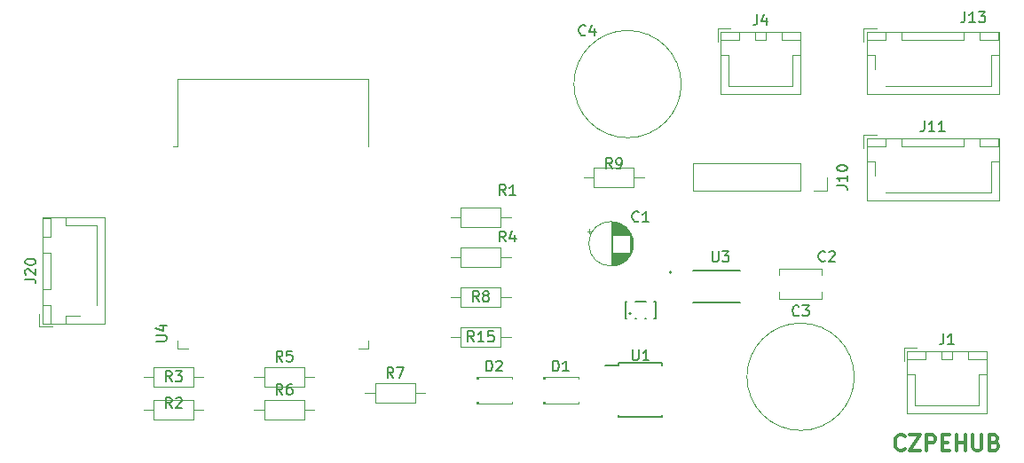
<source format=gbr>
G04 #@! TF.GenerationSoftware,KiCad,Pcbnew,(5.1.10)-1*
G04 #@! TF.CreationDate,2021-07-17T12:22:57+02:00*
G04 #@! TF.ProjectId,BCPEHUB1,42435045-4855-4423-912e-6b696361645f,rev?*
G04 #@! TF.SameCoordinates,Original*
G04 #@! TF.FileFunction,Legend,Top*
G04 #@! TF.FilePolarity,Positive*
%FSLAX46Y46*%
G04 Gerber Fmt 4.6, Leading zero omitted, Abs format (unit mm)*
G04 Created by KiCad (PCBNEW (5.1.10)-1) date 2021-07-17 12:22:57*
%MOMM*%
%LPD*%
G01*
G04 APERTURE LIST*
%ADD10C,0.300000*%
%ADD11C,0.120000*%
%ADD12C,0.150000*%
%ADD13C,0.127000*%
%ADD14C,0.200000*%
%ADD15C,0.152400*%
G04 APERTURE END LIST*
D10*
X181420000Y-121185714D02*
X181348571Y-121257142D01*
X181134285Y-121328571D01*
X180991428Y-121328571D01*
X180777142Y-121257142D01*
X180634285Y-121114285D01*
X180562857Y-120971428D01*
X180491428Y-120685714D01*
X180491428Y-120471428D01*
X180562857Y-120185714D01*
X180634285Y-120042857D01*
X180777142Y-119900000D01*
X180991428Y-119828571D01*
X181134285Y-119828571D01*
X181348571Y-119900000D01*
X181420000Y-119971428D01*
X181920000Y-119828571D02*
X182920000Y-119828571D01*
X181920000Y-121328571D01*
X182920000Y-121328571D01*
X183491428Y-121328571D02*
X183491428Y-119828571D01*
X184062857Y-119828571D01*
X184205714Y-119900000D01*
X184277142Y-119971428D01*
X184348571Y-120114285D01*
X184348571Y-120328571D01*
X184277142Y-120471428D01*
X184205714Y-120542857D01*
X184062857Y-120614285D01*
X183491428Y-120614285D01*
X184991428Y-120542857D02*
X185491428Y-120542857D01*
X185705714Y-121328571D02*
X184991428Y-121328571D01*
X184991428Y-119828571D01*
X185705714Y-119828571D01*
X186348571Y-121328571D02*
X186348571Y-119828571D01*
X186348571Y-120542857D02*
X187205714Y-120542857D01*
X187205714Y-121328571D02*
X187205714Y-119828571D01*
X187920000Y-119828571D02*
X187920000Y-121042857D01*
X187991428Y-121185714D01*
X188062857Y-121257142D01*
X188205714Y-121328571D01*
X188491428Y-121328571D01*
X188634285Y-121257142D01*
X188705714Y-121185714D01*
X188777142Y-121042857D01*
X188777142Y-119828571D01*
X189991428Y-120542857D02*
X190205714Y-120614285D01*
X190277142Y-120685714D01*
X190348571Y-120828571D01*
X190348571Y-121042857D01*
X190277142Y-121185714D01*
X190205714Y-121257142D01*
X190062857Y-121328571D01*
X189491428Y-121328571D01*
X189491428Y-119828571D01*
X189991428Y-119828571D01*
X190134285Y-119900000D01*
X190205714Y-119971428D01*
X190277142Y-120114285D01*
X190277142Y-120257142D01*
X190205714Y-120400000D01*
X190134285Y-120471428D01*
X189991428Y-120542857D01*
X189491428Y-120542857D01*
D11*
G04 #@! TO.C,J11*
X177490000Y-91230000D02*
X177490000Y-92480000D01*
X178740000Y-91230000D02*
X177490000Y-91230000D01*
X189640000Y-96730000D02*
X184090000Y-96730000D01*
X189640000Y-93780000D02*
X189640000Y-96730000D01*
X190390000Y-93780000D02*
X189640000Y-93780000D01*
X184090000Y-96730000D02*
X179600000Y-96730000D01*
X178540000Y-93780000D02*
X178540000Y-95120000D01*
X177790000Y-93780000D02*
X178540000Y-93780000D01*
X190390000Y-91530000D02*
X188590000Y-91530000D01*
X190390000Y-92280000D02*
X190390000Y-91530000D01*
X188590000Y-92280000D02*
X190390000Y-92280000D01*
X188590000Y-91530000D02*
X188590000Y-92280000D01*
X179590000Y-91530000D02*
X177790000Y-91530000D01*
X179590000Y-92280000D02*
X179590000Y-91530000D01*
X177790000Y-92280000D02*
X179590000Y-92280000D01*
X177790000Y-91530000D02*
X177790000Y-92280000D01*
X187090000Y-91530000D02*
X181090000Y-91530000D01*
X187090000Y-92280000D02*
X187090000Y-91530000D01*
X181090000Y-92280000D02*
X187090000Y-92280000D01*
X181090000Y-91530000D02*
X181090000Y-92280000D01*
X190400000Y-91520000D02*
X177780000Y-91520000D01*
X190400000Y-97490000D02*
X190400000Y-91520000D01*
X177780000Y-97490000D02*
X190400000Y-97490000D01*
X177780000Y-91520000D02*
X177780000Y-97490000D01*
G04 #@! TO.C,J13*
X177490000Y-81070000D02*
X177490000Y-82320000D01*
X178740000Y-81070000D02*
X177490000Y-81070000D01*
X189640000Y-86570000D02*
X184090000Y-86570000D01*
X189640000Y-83620000D02*
X189640000Y-86570000D01*
X190390000Y-83620000D02*
X189640000Y-83620000D01*
X184090000Y-86570000D02*
X179600000Y-86570000D01*
X178540000Y-83620000D02*
X178540000Y-84960000D01*
X177790000Y-83620000D02*
X178540000Y-83620000D01*
X190390000Y-81370000D02*
X188590000Y-81370000D01*
X190390000Y-82120000D02*
X190390000Y-81370000D01*
X188590000Y-82120000D02*
X190390000Y-82120000D01*
X188590000Y-81370000D02*
X188590000Y-82120000D01*
X179590000Y-81370000D02*
X177790000Y-81370000D01*
X179590000Y-82120000D02*
X179590000Y-81370000D01*
X177790000Y-82120000D02*
X179590000Y-82120000D01*
X177790000Y-81370000D02*
X177790000Y-82120000D01*
X187090000Y-81370000D02*
X181090000Y-81370000D01*
X187090000Y-82120000D02*
X187090000Y-81370000D01*
X181090000Y-82120000D02*
X187090000Y-82120000D01*
X181090000Y-81370000D02*
X181090000Y-82120000D01*
X190400000Y-81360000D02*
X177780000Y-81360000D01*
X190400000Y-87330000D02*
X190400000Y-81360000D01*
X177780000Y-87330000D02*
X190400000Y-87330000D01*
X177780000Y-81360000D02*
X177780000Y-87330000D01*
G04 #@! TO.C,J20*
X99140000Y-109240000D02*
X105110000Y-109240000D01*
X105110000Y-109240000D02*
X105110000Y-99120000D01*
X105110000Y-99120000D02*
X99140000Y-99120000D01*
X99140000Y-99120000D02*
X99140000Y-109240000D01*
X99150000Y-105930000D02*
X99900000Y-105930000D01*
X99900000Y-105930000D02*
X99900000Y-102430000D01*
X99900000Y-102430000D02*
X99150000Y-102430000D01*
X99150000Y-102430000D02*
X99150000Y-105930000D01*
X99150000Y-109230000D02*
X99900000Y-109230000D01*
X99900000Y-109230000D02*
X99900000Y-107430000D01*
X99900000Y-107430000D02*
X99150000Y-107430000D01*
X99150000Y-107430000D02*
X99150000Y-109230000D01*
X99150000Y-100930000D02*
X99900000Y-100930000D01*
X99900000Y-100930000D02*
X99900000Y-99130000D01*
X99900000Y-99130000D02*
X99150000Y-99130000D01*
X99150000Y-99130000D02*
X99150000Y-100930000D01*
X101400000Y-109230000D02*
X101400000Y-108480000D01*
X101400000Y-108480000D02*
X102740000Y-108480000D01*
X104350000Y-104180000D02*
X104350000Y-107420000D01*
X101400000Y-99130000D02*
X101400000Y-99880000D01*
X101400000Y-99880000D02*
X104350000Y-99880000D01*
X104350000Y-99880000D02*
X104350000Y-104180000D01*
X98850000Y-108280000D02*
X98850000Y-109530000D01*
X98850000Y-109530000D02*
X100100000Y-109530000D01*
D12*
G04 #@! TO.C,U1*
X154135000Y-113195000D02*
X152835000Y-113195000D01*
X154135000Y-118145000D02*
X158285000Y-118145000D01*
X154135000Y-112995000D02*
X158285000Y-112995000D01*
X154135000Y-118145000D02*
X154135000Y-117945000D01*
X158285000Y-118145000D02*
X158285000Y-117945000D01*
X158285000Y-112995000D02*
X158285000Y-113195000D01*
X154135000Y-112995000D02*
X154135000Y-113195000D01*
D11*
G04 #@! TO.C,U4*
X112025199Y-92265000D02*
X111645199Y-92265000D01*
X112025199Y-85845000D02*
X112025199Y-92265000D01*
X130265199Y-85845000D02*
X130265199Y-92265000D01*
X112025199Y-85845000D02*
X130265199Y-85845000D01*
X130265199Y-111590000D02*
X129265199Y-111590000D01*
X130265199Y-110810000D02*
X130265199Y-111590000D01*
X112025199Y-111590000D02*
X113025199Y-111590000D01*
X112025199Y-110810000D02*
X112025199Y-111590000D01*
D13*
G04 #@! TO.C,U3*
X161240000Y-107220000D02*
X165740000Y-107220000D01*
X161240000Y-104190000D02*
X165740000Y-104190000D01*
D14*
X159150000Y-104330000D02*
G75*
G03*
X159150000Y-104330000I-100000J0D01*
G01*
D13*
G04 #@! TO.C,U2*
X155310000Y-108250000D02*
G75*
G03*
X155310000Y-108250000I-100000J0D01*
G01*
D15*
X154788000Y-107140000D02*
X154882000Y-107140000D01*
X157538000Y-107140000D02*
X157632000Y-107140000D01*
X157632000Y-108760000D02*
X157538000Y-108760000D01*
X154882000Y-108760000D02*
X154788000Y-108760000D01*
X156732000Y-108760000D02*
X156638000Y-108760000D01*
X155782000Y-108760000D02*
X155688000Y-108760000D01*
X155688000Y-107140000D02*
X156732000Y-107140000D01*
X154788000Y-108760000D02*
X154788000Y-107140000D01*
X157632000Y-107140000D02*
X157632000Y-108760000D01*
D11*
G04 #@! TO.C,R15*
X143840000Y-110490000D02*
X142890000Y-110490000D01*
X138100000Y-110490000D02*
X139050000Y-110490000D01*
X142890000Y-109570000D02*
X139050000Y-109570000D01*
X142890000Y-111410000D02*
X142890000Y-109570000D01*
X139050000Y-111410000D02*
X142890000Y-111410000D01*
X139050000Y-109570000D02*
X139050000Y-111410000D01*
G04 #@! TO.C,R9*
X156540000Y-95250000D02*
X155590000Y-95250000D01*
X150800000Y-95250000D02*
X151750000Y-95250000D01*
X155590000Y-94330000D02*
X151750000Y-94330000D01*
X155590000Y-96170000D02*
X155590000Y-94330000D01*
X151750000Y-96170000D02*
X155590000Y-96170000D01*
X151750000Y-94330000D02*
X151750000Y-96170000D01*
G04 #@! TO.C,R8*
X143840000Y-106680000D02*
X142890000Y-106680000D01*
X138100000Y-106680000D02*
X139050000Y-106680000D01*
X142890000Y-105760000D02*
X139050000Y-105760000D01*
X142890000Y-107600000D02*
X142890000Y-105760000D01*
X139050000Y-107600000D02*
X142890000Y-107600000D01*
X139050000Y-105760000D02*
X139050000Y-107600000D01*
G04 #@! TO.C,R7*
X135665199Y-115860000D02*
X134715199Y-115860000D01*
X129925199Y-115860000D02*
X130875199Y-115860000D01*
X134715199Y-114940000D02*
X130875199Y-114940000D01*
X134715199Y-116780000D02*
X134715199Y-114940000D01*
X130875199Y-116780000D02*
X134715199Y-116780000D01*
X130875199Y-114940000D02*
X130875199Y-116780000D01*
G04 #@! TO.C,R6*
X125095199Y-117460000D02*
X124145199Y-117460000D01*
X119355199Y-117460000D02*
X120305199Y-117460000D01*
X124145199Y-116540000D02*
X120305199Y-116540000D01*
X124145199Y-118380000D02*
X124145199Y-116540000D01*
X120305199Y-118380000D02*
X124145199Y-118380000D01*
X120305199Y-116540000D02*
X120305199Y-118380000D01*
G04 #@! TO.C,R5*
X125095199Y-114310000D02*
X124145199Y-114310000D01*
X119355199Y-114310000D02*
X120305199Y-114310000D01*
X124145199Y-113390000D02*
X120305199Y-113390000D01*
X124145199Y-115230000D02*
X124145199Y-113390000D01*
X120305199Y-115230000D02*
X124145199Y-115230000D01*
X120305199Y-113390000D02*
X120305199Y-115230000D01*
G04 #@! TO.C,R4*
X143840000Y-102870000D02*
X142890000Y-102870000D01*
X138100000Y-102870000D02*
X139050000Y-102870000D01*
X142890000Y-101950000D02*
X139050000Y-101950000D01*
X142890000Y-103790000D02*
X142890000Y-101950000D01*
X139050000Y-103790000D02*
X142890000Y-103790000D01*
X139050000Y-101950000D02*
X139050000Y-103790000D01*
G04 #@! TO.C,R3*
X114525199Y-114300000D02*
X113575199Y-114300000D01*
X108785199Y-114300000D02*
X109735199Y-114300000D01*
X113575199Y-113380000D02*
X109735199Y-113380000D01*
X113575199Y-115220000D02*
X113575199Y-113380000D01*
X109735199Y-115220000D02*
X113575199Y-115220000D01*
X109735199Y-113380000D02*
X109735199Y-115220000D01*
G04 #@! TO.C,R2*
X114525199Y-117460000D02*
X113575199Y-117460000D01*
X108785199Y-117460000D02*
X109735199Y-117460000D01*
X113575199Y-116540000D02*
X109735199Y-116540000D01*
X113575199Y-118380000D02*
X113575199Y-116540000D01*
X109735199Y-118380000D02*
X113575199Y-118380000D01*
X109735199Y-116540000D02*
X109735199Y-118380000D01*
G04 #@! TO.C,R1*
X138100000Y-99060000D02*
X139050000Y-99060000D01*
X143840000Y-99060000D02*
X142890000Y-99060000D01*
X139050000Y-99980000D02*
X142890000Y-99980000D01*
X139050000Y-98140000D02*
X139050000Y-99980000D01*
X142890000Y-98140000D02*
X139050000Y-98140000D01*
X142890000Y-99980000D02*
X142890000Y-98140000D01*
G04 #@! TO.C,J10*
X174050000Y-95250000D02*
X174050000Y-96580000D01*
X174050000Y-96580000D02*
X172720000Y-96580000D01*
X171450000Y-96580000D02*
X161230000Y-96580000D01*
X161230000Y-93920000D02*
X161230000Y-96580000D01*
X171450000Y-93920000D02*
X161230000Y-93920000D01*
X171450000Y-93920000D02*
X171450000Y-96580000D01*
G04 #@! TO.C,J4*
X163560000Y-81070000D02*
X163560000Y-82320000D01*
X164810000Y-81070000D02*
X163560000Y-81070000D01*
X170710000Y-86570000D02*
X167660000Y-86570000D01*
X170710000Y-83620000D02*
X170710000Y-86570000D01*
X171460000Y-83620000D02*
X170710000Y-83620000D01*
X164610000Y-86570000D02*
X167660000Y-86570000D01*
X164610000Y-83620000D02*
X164610000Y-86570000D01*
X163860000Y-83620000D02*
X164610000Y-83620000D01*
X171460000Y-81370000D02*
X169660000Y-81370000D01*
X171460000Y-82120000D02*
X171460000Y-81370000D01*
X169660000Y-82120000D02*
X171460000Y-82120000D01*
X169660000Y-81370000D02*
X169660000Y-82120000D01*
X165660000Y-81370000D02*
X163860000Y-81370000D01*
X165660000Y-82120000D02*
X165660000Y-81370000D01*
X163860000Y-82120000D02*
X165660000Y-82120000D01*
X163860000Y-81370000D02*
X163860000Y-82120000D01*
X168160000Y-81370000D02*
X167160000Y-81370000D01*
X168160000Y-82120000D02*
X168160000Y-81370000D01*
X167160000Y-82120000D02*
X168160000Y-82120000D01*
X167160000Y-81370000D02*
X167160000Y-82120000D01*
X171470000Y-81360000D02*
X163850000Y-81360000D01*
X171470000Y-87330000D02*
X171470000Y-81360000D01*
X163850000Y-87330000D02*
X171470000Y-87330000D01*
X163850000Y-81360000D02*
X163850000Y-87330000D01*
G04 #@! TO.C,J1*
X181340000Y-111550000D02*
X181340000Y-112800000D01*
X182590000Y-111550000D02*
X181340000Y-111550000D01*
X188490000Y-117050000D02*
X185440000Y-117050000D01*
X188490000Y-114100000D02*
X188490000Y-117050000D01*
X189240000Y-114100000D02*
X188490000Y-114100000D01*
X182390000Y-117050000D02*
X185440000Y-117050000D01*
X182390000Y-114100000D02*
X182390000Y-117050000D01*
X181640000Y-114100000D02*
X182390000Y-114100000D01*
X189240000Y-111850000D02*
X187440000Y-111850000D01*
X189240000Y-112600000D02*
X189240000Y-111850000D01*
X187440000Y-112600000D02*
X189240000Y-112600000D01*
X187440000Y-111850000D02*
X187440000Y-112600000D01*
X183440000Y-111850000D02*
X181640000Y-111850000D01*
X183440000Y-112600000D02*
X183440000Y-111850000D01*
X181640000Y-112600000D02*
X183440000Y-112600000D01*
X181640000Y-111850000D02*
X181640000Y-112600000D01*
X185940000Y-111850000D02*
X184940000Y-111850000D01*
X185940000Y-112600000D02*
X185940000Y-111850000D01*
X184940000Y-112600000D02*
X185940000Y-112600000D01*
X184940000Y-111850000D02*
X184940000Y-112600000D01*
X189250000Y-111840000D02*
X181630000Y-111840000D01*
X189250000Y-117810000D02*
X189250000Y-111840000D01*
X181630000Y-117810000D02*
X189250000Y-117810000D01*
X181630000Y-111840000D02*
X181630000Y-117810000D01*
G04 #@! TO.C,D2*
X140770000Y-116650000D02*
X140770000Y-116830000D01*
X140770000Y-114310000D02*
X140770000Y-114490000D01*
X140650000Y-116650000D02*
X140650000Y-116830000D01*
X140650000Y-114310000D02*
X140650000Y-114490000D01*
X143950000Y-116665000D02*
X143950000Y-116830000D01*
X143950000Y-114310000D02*
X143950000Y-114475000D01*
X140530000Y-116650000D02*
X140530000Y-116830000D01*
X140530000Y-114310000D02*
X140530000Y-114490000D01*
X140530000Y-116830000D02*
X143950000Y-116830000D01*
X140530000Y-114310000D02*
X143950000Y-114310000D01*
G04 #@! TO.C,D1*
X147120000Y-116650000D02*
X147120000Y-116830000D01*
X147120000Y-114310000D02*
X147120000Y-114490000D01*
X147000000Y-116650000D02*
X147000000Y-116830000D01*
X147000000Y-114310000D02*
X147000000Y-114490000D01*
X150300000Y-116665000D02*
X150300000Y-116830000D01*
X150300000Y-114310000D02*
X150300000Y-114475000D01*
X146880000Y-116650000D02*
X146880000Y-116830000D01*
X146880000Y-114310000D02*
X146880000Y-114490000D01*
X146880000Y-116830000D02*
X150300000Y-116830000D01*
X146880000Y-114310000D02*
X150300000Y-114310000D01*
G04 #@! TO.C,C4*
X160100000Y-86360000D02*
G75*
G03*
X160100000Y-86360000I-5120000J0D01*
G01*
G04 #@! TO.C,C3*
X176610000Y-114300000D02*
G75*
G03*
X176610000Y-114300000I-5120000J0D01*
G01*
G04 #@! TO.C,C2*
X173490000Y-106205000D02*
X173490000Y-106830000D01*
X173490000Y-103990000D02*
X173490000Y-104615000D01*
X169450000Y-106205000D02*
X169450000Y-106830000D01*
X169450000Y-103990000D02*
X169450000Y-104615000D01*
X169450000Y-106830000D02*
X173490000Y-106830000D01*
X169450000Y-103990000D02*
X173490000Y-103990000D01*
G04 #@! TO.C,C1*
X151330199Y-100205000D02*
X151330199Y-100605000D01*
X151130199Y-100405000D02*
X151530199Y-100405000D01*
X155481000Y-101230000D02*
X155481000Y-101970000D01*
X155441000Y-101063000D02*
X155441000Y-102137000D01*
X155401000Y-100936000D02*
X155401000Y-102264000D01*
X155361000Y-100832000D02*
X155361000Y-102368000D01*
X155321000Y-100741000D02*
X155321000Y-102459000D01*
X155281000Y-100660000D02*
X155281000Y-102540000D01*
X155241000Y-100587000D02*
X155241000Y-102613000D01*
X155201000Y-102440000D02*
X155201000Y-102680000D01*
X155201000Y-100520000D02*
X155201000Y-100760000D01*
X155161000Y-102440000D02*
X155161000Y-102742000D01*
X155161000Y-100458000D02*
X155161000Y-100760000D01*
X155121000Y-102440000D02*
X155121000Y-102800000D01*
X155121000Y-100400000D02*
X155121000Y-100760000D01*
X155081000Y-102440000D02*
X155081000Y-102854000D01*
X155081000Y-100346000D02*
X155081000Y-100760000D01*
X155041000Y-102440000D02*
X155041000Y-102904000D01*
X155041000Y-100296000D02*
X155041000Y-100760000D01*
X155001000Y-102440000D02*
X155001000Y-102951000D01*
X155001000Y-100249000D02*
X155001000Y-100760000D01*
X154961000Y-102440000D02*
X154961000Y-102996000D01*
X154961000Y-100204000D02*
X154961000Y-100760000D01*
X154921000Y-102440000D02*
X154921000Y-103038000D01*
X154921000Y-100162000D02*
X154921000Y-100760000D01*
X154881000Y-102440000D02*
X154881000Y-103078000D01*
X154881000Y-100122000D02*
X154881000Y-100760000D01*
X154841000Y-102440000D02*
X154841000Y-103116000D01*
X154841000Y-100084000D02*
X154841000Y-100760000D01*
X154801000Y-102440000D02*
X154801000Y-103152000D01*
X154801000Y-100048000D02*
X154801000Y-100760000D01*
X154761000Y-102440000D02*
X154761000Y-103187000D01*
X154761000Y-100013000D02*
X154761000Y-100760000D01*
X154721000Y-102440000D02*
X154721000Y-103219000D01*
X154721000Y-99981000D02*
X154721000Y-100760000D01*
X154681000Y-102440000D02*
X154681000Y-103250000D01*
X154681000Y-99950000D02*
X154681000Y-100760000D01*
X154641000Y-102440000D02*
X154641000Y-103280000D01*
X154641000Y-99920000D02*
X154641000Y-100760000D01*
X154601000Y-102440000D02*
X154601000Y-103308000D01*
X154601000Y-99892000D02*
X154601000Y-100760000D01*
X154561000Y-102440000D02*
X154561000Y-103335000D01*
X154561000Y-99865000D02*
X154561000Y-100760000D01*
X154521000Y-102440000D02*
X154521000Y-103360000D01*
X154521000Y-99840000D02*
X154521000Y-100760000D01*
X154481000Y-102440000D02*
X154481000Y-103385000D01*
X154481000Y-99815000D02*
X154481000Y-100760000D01*
X154441000Y-102440000D02*
X154441000Y-103408000D01*
X154441000Y-99792000D02*
X154441000Y-100760000D01*
X154401000Y-102440000D02*
X154401000Y-103430000D01*
X154401000Y-99770000D02*
X154401000Y-100760000D01*
X154361000Y-102440000D02*
X154361000Y-103451000D01*
X154361000Y-99749000D02*
X154361000Y-100760000D01*
X154321000Y-102440000D02*
X154321000Y-103470000D01*
X154321000Y-99730000D02*
X154321000Y-100760000D01*
X154281000Y-102440000D02*
X154281000Y-103489000D01*
X154281000Y-99711000D02*
X154281000Y-100760000D01*
X154241000Y-102440000D02*
X154241000Y-103507000D01*
X154241000Y-99693000D02*
X154241000Y-100760000D01*
X154201000Y-102440000D02*
X154201000Y-103524000D01*
X154201000Y-99676000D02*
X154201000Y-100760000D01*
X154161000Y-102440000D02*
X154161000Y-103540000D01*
X154161000Y-99660000D02*
X154161000Y-100760000D01*
X154121000Y-102440000D02*
X154121000Y-103554000D01*
X154121000Y-99646000D02*
X154121000Y-100760000D01*
X154080000Y-102440000D02*
X154080000Y-103568000D01*
X154080000Y-99632000D02*
X154080000Y-100760000D01*
X154040000Y-102440000D02*
X154040000Y-103582000D01*
X154040000Y-99618000D02*
X154040000Y-100760000D01*
X154000000Y-102440000D02*
X154000000Y-103594000D01*
X154000000Y-99606000D02*
X154000000Y-100760000D01*
X153960000Y-102440000D02*
X153960000Y-103605000D01*
X153960000Y-99595000D02*
X153960000Y-100760000D01*
X153920000Y-102440000D02*
X153920000Y-103616000D01*
X153920000Y-99584000D02*
X153920000Y-100760000D01*
X153880000Y-102440000D02*
X153880000Y-103625000D01*
X153880000Y-99575000D02*
X153880000Y-100760000D01*
X153840000Y-102440000D02*
X153840000Y-103634000D01*
X153840000Y-99566000D02*
X153840000Y-100760000D01*
X153800000Y-102440000D02*
X153800000Y-103642000D01*
X153800000Y-99558000D02*
X153800000Y-100760000D01*
X153760000Y-102440000D02*
X153760000Y-103650000D01*
X153760000Y-99550000D02*
X153760000Y-100760000D01*
X153720000Y-102440000D02*
X153720000Y-103656000D01*
X153720000Y-99544000D02*
X153720000Y-100760000D01*
X153680000Y-102440000D02*
X153680000Y-103662000D01*
X153680000Y-99538000D02*
X153680000Y-100760000D01*
X153640000Y-102440000D02*
X153640000Y-103667000D01*
X153640000Y-99533000D02*
X153640000Y-100760000D01*
X153600000Y-102440000D02*
X153600000Y-103671000D01*
X153600000Y-99529000D02*
X153600000Y-100760000D01*
X153560000Y-99526000D02*
X153560000Y-103674000D01*
X153520000Y-99523000D02*
X153520000Y-103677000D01*
X153480000Y-99521000D02*
X153480000Y-103679000D01*
X153440000Y-99520000D02*
X153440000Y-103680000D01*
X153400000Y-99520000D02*
X153400000Y-103680000D01*
X155520000Y-101600000D02*
G75*
G03*
X155520000Y-101600000I-2120000J0D01*
G01*
G04 #@! TO.C,J11*
D12*
X183280476Y-89882380D02*
X183280476Y-90596666D01*
X183232857Y-90739523D01*
X183137619Y-90834761D01*
X182994761Y-90882380D01*
X182899523Y-90882380D01*
X184280476Y-90882380D02*
X183709047Y-90882380D01*
X183994761Y-90882380D02*
X183994761Y-89882380D01*
X183899523Y-90025238D01*
X183804285Y-90120476D01*
X183709047Y-90168095D01*
X185232857Y-90882380D02*
X184661428Y-90882380D01*
X184947142Y-90882380D02*
X184947142Y-89882380D01*
X184851904Y-90025238D01*
X184756666Y-90120476D01*
X184661428Y-90168095D01*
G04 #@! TO.C,J13*
X187150476Y-79462380D02*
X187150476Y-80176666D01*
X187102857Y-80319523D01*
X187007619Y-80414761D01*
X186864761Y-80462380D01*
X186769523Y-80462380D01*
X188150476Y-80462380D02*
X187579047Y-80462380D01*
X187864761Y-80462380D02*
X187864761Y-79462380D01*
X187769523Y-79605238D01*
X187674285Y-79700476D01*
X187579047Y-79748095D01*
X188483809Y-79462380D02*
X189102857Y-79462380D01*
X188769523Y-79843333D01*
X188912380Y-79843333D01*
X189007619Y-79890952D01*
X189055238Y-79938571D01*
X189102857Y-80033809D01*
X189102857Y-80271904D01*
X189055238Y-80367142D01*
X189007619Y-80414761D01*
X188912380Y-80462380D01*
X188626666Y-80462380D01*
X188531428Y-80414761D01*
X188483809Y-80367142D01*
G04 #@! TO.C,J20*
X97502380Y-104989523D02*
X98216666Y-104989523D01*
X98359523Y-105037142D01*
X98454761Y-105132380D01*
X98502380Y-105275238D01*
X98502380Y-105370476D01*
X97597619Y-104560952D02*
X97550000Y-104513333D01*
X97502380Y-104418095D01*
X97502380Y-104180000D01*
X97550000Y-104084761D01*
X97597619Y-104037142D01*
X97692857Y-103989523D01*
X97788095Y-103989523D01*
X97930952Y-104037142D01*
X98502380Y-104608571D01*
X98502380Y-103989523D01*
X97502380Y-103370476D02*
X97502380Y-103275238D01*
X97550000Y-103180000D01*
X97597619Y-103132380D01*
X97692857Y-103084761D01*
X97883333Y-103037142D01*
X98121428Y-103037142D01*
X98311904Y-103084761D01*
X98407142Y-103132380D01*
X98454761Y-103180000D01*
X98502380Y-103275238D01*
X98502380Y-103370476D01*
X98454761Y-103465714D01*
X98407142Y-103513333D01*
X98311904Y-103560952D01*
X98121428Y-103608571D01*
X97883333Y-103608571D01*
X97692857Y-103560952D01*
X97597619Y-103513333D01*
X97550000Y-103465714D01*
X97502380Y-103370476D01*
G04 #@! TO.C,U1*
X155448095Y-111722380D02*
X155448095Y-112531904D01*
X155495714Y-112627142D01*
X155543333Y-112674761D01*
X155638571Y-112722380D01*
X155829047Y-112722380D01*
X155924285Y-112674761D01*
X155971904Y-112627142D01*
X156019523Y-112531904D01*
X156019523Y-111722380D01*
X157019523Y-112722380D02*
X156448095Y-112722380D01*
X156733809Y-112722380D02*
X156733809Y-111722380D01*
X156638571Y-111865238D01*
X156543333Y-111960476D01*
X156448095Y-112008095D01*
G04 #@! TO.C,U4*
X109987579Y-110901904D02*
X110797103Y-110901904D01*
X110892341Y-110854285D01*
X110939960Y-110806666D01*
X110987579Y-110711428D01*
X110987579Y-110520952D01*
X110939960Y-110425714D01*
X110892341Y-110378095D01*
X110797103Y-110330476D01*
X109987579Y-110330476D01*
X110320913Y-109425714D02*
X110987579Y-109425714D01*
X109939960Y-109663809D02*
X110654246Y-109901904D01*
X110654246Y-109282857D01*
G04 #@! TO.C,U3*
X163068095Y-102322380D02*
X163068095Y-103131904D01*
X163115714Y-103227142D01*
X163163333Y-103274761D01*
X163258571Y-103322380D01*
X163449047Y-103322380D01*
X163544285Y-103274761D01*
X163591904Y-103227142D01*
X163639523Y-103131904D01*
X163639523Y-102322380D01*
X164020476Y-102322380D02*
X164639523Y-102322380D01*
X164306190Y-102703333D01*
X164449047Y-102703333D01*
X164544285Y-102750952D01*
X164591904Y-102798571D01*
X164639523Y-102893809D01*
X164639523Y-103131904D01*
X164591904Y-103227142D01*
X164544285Y-103274761D01*
X164449047Y-103322380D01*
X164163333Y-103322380D01*
X164068095Y-103274761D01*
X164020476Y-103227142D01*
G04 #@! TO.C,R15*
X140327142Y-110942380D02*
X139993809Y-110466190D01*
X139755714Y-110942380D02*
X139755714Y-109942380D01*
X140136666Y-109942380D01*
X140231904Y-109990000D01*
X140279523Y-110037619D01*
X140327142Y-110132857D01*
X140327142Y-110275714D01*
X140279523Y-110370952D01*
X140231904Y-110418571D01*
X140136666Y-110466190D01*
X139755714Y-110466190D01*
X141279523Y-110942380D02*
X140708095Y-110942380D01*
X140993809Y-110942380D02*
X140993809Y-109942380D01*
X140898571Y-110085238D01*
X140803333Y-110180476D01*
X140708095Y-110228095D01*
X142184285Y-109942380D02*
X141708095Y-109942380D01*
X141660476Y-110418571D01*
X141708095Y-110370952D01*
X141803333Y-110323333D01*
X142041428Y-110323333D01*
X142136666Y-110370952D01*
X142184285Y-110418571D01*
X142231904Y-110513809D01*
X142231904Y-110751904D01*
X142184285Y-110847142D01*
X142136666Y-110894761D01*
X142041428Y-110942380D01*
X141803333Y-110942380D01*
X141708095Y-110894761D01*
X141660476Y-110847142D01*
G04 #@! TO.C,R9*
X153503333Y-94432380D02*
X153170000Y-93956190D01*
X152931904Y-94432380D02*
X152931904Y-93432380D01*
X153312857Y-93432380D01*
X153408095Y-93480000D01*
X153455714Y-93527619D01*
X153503333Y-93622857D01*
X153503333Y-93765714D01*
X153455714Y-93860952D01*
X153408095Y-93908571D01*
X153312857Y-93956190D01*
X152931904Y-93956190D01*
X153979523Y-94432380D02*
X154170000Y-94432380D01*
X154265238Y-94384761D01*
X154312857Y-94337142D01*
X154408095Y-94194285D01*
X154455714Y-94003809D01*
X154455714Y-93622857D01*
X154408095Y-93527619D01*
X154360476Y-93480000D01*
X154265238Y-93432380D01*
X154074761Y-93432380D01*
X153979523Y-93480000D01*
X153931904Y-93527619D01*
X153884285Y-93622857D01*
X153884285Y-93860952D01*
X153931904Y-93956190D01*
X153979523Y-94003809D01*
X154074761Y-94051428D01*
X154265238Y-94051428D01*
X154360476Y-94003809D01*
X154408095Y-93956190D01*
X154455714Y-93860952D01*
G04 #@! TO.C,R8*
X140803333Y-107132380D02*
X140470000Y-106656190D01*
X140231904Y-107132380D02*
X140231904Y-106132380D01*
X140612857Y-106132380D01*
X140708095Y-106180000D01*
X140755714Y-106227619D01*
X140803333Y-106322857D01*
X140803333Y-106465714D01*
X140755714Y-106560952D01*
X140708095Y-106608571D01*
X140612857Y-106656190D01*
X140231904Y-106656190D01*
X141374761Y-106560952D02*
X141279523Y-106513333D01*
X141231904Y-106465714D01*
X141184285Y-106370476D01*
X141184285Y-106322857D01*
X141231904Y-106227619D01*
X141279523Y-106180000D01*
X141374761Y-106132380D01*
X141565238Y-106132380D01*
X141660476Y-106180000D01*
X141708095Y-106227619D01*
X141755714Y-106322857D01*
X141755714Y-106370476D01*
X141708095Y-106465714D01*
X141660476Y-106513333D01*
X141565238Y-106560952D01*
X141374761Y-106560952D01*
X141279523Y-106608571D01*
X141231904Y-106656190D01*
X141184285Y-106751428D01*
X141184285Y-106941904D01*
X141231904Y-107037142D01*
X141279523Y-107084761D01*
X141374761Y-107132380D01*
X141565238Y-107132380D01*
X141660476Y-107084761D01*
X141708095Y-107037142D01*
X141755714Y-106941904D01*
X141755714Y-106751428D01*
X141708095Y-106656190D01*
X141660476Y-106608571D01*
X141565238Y-106560952D01*
G04 #@! TO.C,R7*
X132628532Y-114392380D02*
X132295199Y-113916190D01*
X132057103Y-114392380D02*
X132057103Y-113392380D01*
X132438056Y-113392380D01*
X132533294Y-113440000D01*
X132580913Y-113487619D01*
X132628532Y-113582857D01*
X132628532Y-113725714D01*
X132580913Y-113820952D01*
X132533294Y-113868571D01*
X132438056Y-113916190D01*
X132057103Y-113916190D01*
X132961865Y-113392380D02*
X133628532Y-113392380D01*
X133199960Y-114392380D01*
G04 #@! TO.C,R6*
X122058532Y-115992380D02*
X121725199Y-115516190D01*
X121487103Y-115992380D02*
X121487103Y-114992380D01*
X121868056Y-114992380D01*
X121963294Y-115040000D01*
X122010913Y-115087619D01*
X122058532Y-115182857D01*
X122058532Y-115325714D01*
X122010913Y-115420952D01*
X121963294Y-115468571D01*
X121868056Y-115516190D01*
X121487103Y-115516190D01*
X122915675Y-114992380D02*
X122725199Y-114992380D01*
X122629960Y-115040000D01*
X122582341Y-115087619D01*
X122487103Y-115230476D01*
X122439484Y-115420952D01*
X122439484Y-115801904D01*
X122487103Y-115897142D01*
X122534722Y-115944761D01*
X122629960Y-115992380D01*
X122820437Y-115992380D01*
X122915675Y-115944761D01*
X122963294Y-115897142D01*
X123010913Y-115801904D01*
X123010913Y-115563809D01*
X122963294Y-115468571D01*
X122915675Y-115420952D01*
X122820437Y-115373333D01*
X122629960Y-115373333D01*
X122534722Y-115420952D01*
X122487103Y-115468571D01*
X122439484Y-115563809D01*
G04 #@! TO.C,R5*
X122058532Y-112842380D02*
X121725199Y-112366190D01*
X121487103Y-112842380D02*
X121487103Y-111842380D01*
X121868056Y-111842380D01*
X121963294Y-111890000D01*
X122010913Y-111937619D01*
X122058532Y-112032857D01*
X122058532Y-112175714D01*
X122010913Y-112270952D01*
X121963294Y-112318571D01*
X121868056Y-112366190D01*
X121487103Y-112366190D01*
X122963294Y-111842380D02*
X122487103Y-111842380D01*
X122439484Y-112318571D01*
X122487103Y-112270952D01*
X122582341Y-112223333D01*
X122820437Y-112223333D01*
X122915675Y-112270952D01*
X122963294Y-112318571D01*
X123010913Y-112413809D01*
X123010913Y-112651904D01*
X122963294Y-112747142D01*
X122915675Y-112794761D01*
X122820437Y-112842380D01*
X122582341Y-112842380D01*
X122487103Y-112794761D01*
X122439484Y-112747142D01*
G04 #@! TO.C,R4*
X143343333Y-101402380D02*
X143010000Y-100926190D01*
X142771904Y-101402380D02*
X142771904Y-100402380D01*
X143152857Y-100402380D01*
X143248095Y-100450000D01*
X143295714Y-100497619D01*
X143343333Y-100592857D01*
X143343333Y-100735714D01*
X143295714Y-100830952D01*
X143248095Y-100878571D01*
X143152857Y-100926190D01*
X142771904Y-100926190D01*
X144200476Y-100735714D02*
X144200476Y-101402380D01*
X143962380Y-100354761D02*
X143724285Y-101069047D01*
X144343333Y-101069047D01*
G04 #@! TO.C,R3*
X111488532Y-114752380D02*
X111155199Y-114276190D01*
X110917103Y-114752380D02*
X110917103Y-113752380D01*
X111298056Y-113752380D01*
X111393294Y-113800000D01*
X111440913Y-113847619D01*
X111488532Y-113942857D01*
X111488532Y-114085714D01*
X111440913Y-114180952D01*
X111393294Y-114228571D01*
X111298056Y-114276190D01*
X110917103Y-114276190D01*
X111821865Y-113752380D02*
X112440913Y-113752380D01*
X112107579Y-114133333D01*
X112250437Y-114133333D01*
X112345675Y-114180952D01*
X112393294Y-114228571D01*
X112440913Y-114323809D01*
X112440913Y-114561904D01*
X112393294Y-114657142D01*
X112345675Y-114704761D01*
X112250437Y-114752380D01*
X111964722Y-114752380D01*
X111869484Y-114704761D01*
X111821865Y-114657142D01*
G04 #@! TO.C,R2*
X111488532Y-117292380D02*
X111155199Y-116816190D01*
X110917103Y-117292380D02*
X110917103Y-116292380D01*
X111298056Y-116292380D01*
X111393294Y-116340000D01*
X111440913Y-116387619D01*
X111488532Y-116482857D01*
X111488532Y-116625714D01*
X111440913Y-116720952D01*
X111393294Y-116768571D01*
X111298056Y-116816190D01*
X110917103Y-116816190D01*
X111869484Y-116387619D02*
X111917103Y-116340000D01*
X112012341Y-116292380D01*
X112250437Y-116292380D01*
X112345675Y-116340000D01*
X112393294Y-116387619D01*
X112440913Y-116482857D01*
X112440913Y-116578095D01*
X112393294Y-116720952D01*
X111821865Y-117292380D01*
X112440913Y-117292380D01*
G04 #@! TO.C,R1*
X143343333Y-96972380D02*
X143010000Y-96496190D01*
X142771904Y-96972380D02*
X142771904Y-95972380D01*
X143152857Y-95972380D01*
X143248095Y-96020000D01*
X143295714Y-96067619D01*
X143343333Y-96162857D01*
X143343333Y-96305714D01*
X143295714Y-96400952D01*
X143248095Y-96448571D01*
X143152857Y-96496190D01*
X142771904Y-96496190D01*
X144295714Y-96972380D02*
X143724285Y-96972380D01*
X144010000Y-96972380D02*
X144010000Y-95972380D01*
X143914761Y-96115238D01*
X143819523Y-96210476D01*
X143724285Y-96258095D01*
G04 #@! TO.C,J10*
X174942380Y-96059523D02*
X175656666Y-96059523D01*
X175799523Y-96107142D01*
X175894761Y-96202380D01*
X175942380Y-96345238D01*
X175942380Y-96440476D01*
X175942380Y-95059523D02*
X175942380Y-95630952D01*
X175942380Y-95345238D02*
X174942380Y-95345238D01*
X175085238Y-95440476D01*
X175180476Y-95535714D01*
X175228095Y-95630952D01*
X174942380Y-94440476D02*
X174942380Y-94345238D01*
X174990000Y-94250000D01*
X175037619Y-94202380D01*
X175132857Y-94154761D01*
X175323333Y-94107142D01*
X175561428Y-94107142D01*
X175751904Y-94154761D01*
X175847142Y-94202380D01*
X175894761Y-94250000D01*
X175942380Y-94345238D01*
X175942380Y-94440476D01*
X175894761Y-94535714D01*
X175847142Y-94583333D01*
X175751904Y-94630952D01*
X175561428Y-94678571D01*
X175323333Y-94678571D01*
X175132857Y-94630952D01*
X175037619Y-94583333D01*
X174990000Y-94535714D01*
X174942380Y-94440476D01*
G04 #@! TO.C,J4*
X167326666Y-79722380D02*
X167326666Y-80436666D01*
X167279047Y-80579523D01*
X167183809Y-80674761D01*
X167040952Y-80722380D01*
X166945714Y-80722380D01*
X168231428Y-80055714D02*
X168231428Y-80722380D01*
X167993333Y-79674761D02*
X167755238Y-80389047D01*
X168374285Y-80389047D01*
G04 #@! TO.C,J1*
X185106666Y-110202380D02*
X185106666Y-110916666D01*
X185059047Y-111059523D01*
X184963809Y-111154761D01*
X184820952Y-111202380D01*
X184725714Y-111202380D01*
X186106666Y-111202380D02*
X185535238Y-111202380D01*
X185820952Y-111202380D02*
X185820952Y-110202380D01*
X185725714Y-110345238D01*
X185630476Y-110440476D01*
X185535238Y-110488095D01*
G04 #@! TO.C,D2*
X141501904Y-113762380D02*
X141501904Y-112762380D01*
X141740000Y-112762380D01*
X141882857Y-112810000D01*
X141978095Y-112905238D01*
X142025714Y-113000476D01*
X142073333Y-113190952D01*
X142073333Y-113333809D01*
X142025714Y-113524285D01*
X141978095Y-113619523D01*
X141882857Y-113714761D01*
X141740000Y-113762380D01*
X141501904Y-113762380D01*
X142454285Y-112857619D02*
X142501904Y-112810000D01*
X142597142Y-112762380D01*
X142835238Y-112762380D01*
X142930476Y-112810000D01*
X142978095Y-112857619D01*
X143025714Y-112952857D01*
X143025714Y-113048095D01*
X142978095Y-113190952D01*
X142406666Y-113762380D01*
X143025714Y-113762380D01*
G04 #@! TO.C,D1*
X147851904Y-113762380D02*
X147851904Y-112762380D01*
X148090000Y-112762380D01*
X148232857Y-112810000D01*
X148328095Y-112905238D01*
X148375714Y-113000476D01*
X148423333Y-113190952D01*
X148423333Y-113333809D01*
X148375714Y-113524285D01*
X148328095Y-113619523D01*
X148232857Y-113714761D01*
X148090000Y-113762380D01*
X147851904Y-113762380D01*
X149375714Y-113762380D02*
X148804285Y-113762380D01*
X149090000Y-113762380D02*
X149090000Y-112762380D01*
X148994761Y-112905238D01*
X148899523Y-113000476D01*
X148804285Y-113048095D01*
G04 #@! TO.C,C4*
X150963333Y-81637142D02*
X150915714Y-81684761D01*
X150772857Y-81732380D01*
X150677619Y-81732380D01*
X150534761Y-81684761D01*
X150439523Y-81589523D01*
X150391904Y-81494285D01*
X150344285Y-81303809D01*
X150344285Y-81160952D01*
X150391904Y-80970476D01*
X150439523Y-80875238D01*
X150534761Y-80780000D01*
X150677619Y-80732380D01*
X150772857Y-80732380D01*
X150915714Y-80780000D01*
X150963333Y-80827619D01*
X151820476Y-81065714D02*
X151820476Y-81732380D01*
X151582380Y-80684761D02*
X151344285Y-81399047D01*
X151963333Y-81399047D01*
G04 #@! TO.C,C3*
X171323333Y-108407142D02*
X171275714Y-108454761D01*
X171132857Y-108502380D01*
X171037619Y-108502380D01*
X170894761Y-108454761D01*
X170799523Y-108359523D01*
X170751904Y-108264285D01*
X170704285Y-108073809D01*
X170704285Y-107930952D01*
X170751904Y-107740476D01*
X170799523Y-107645238D01*
X170894761Y-107550000D01*
X171037619Y-107502380D01*
X171132857Y-107502380D01*
X171275714Y-107550000D01*
X171323333Y-107597619D01*
X171656666Y-107502380D02*
X172275714Y-107502380D01*
X171942380Y-107883333D01*
X172085238Y-107883333D01*
X172180476Y-107930952D01*
X172228095Y-107978571D01*
X172275714Y-108073809D01*
X172275714Y-108311904D01*
X172228095Y-108407142D01*
X172180476Y-108454761D01*
X172085238Y-108502380D01*
X171799523Y-108502380D01*
X171704285Y-108454761D01*
X171656666Y-108407142D01*
G04 #@! TO.C,C2*
X173823333Y-103217142D02*
X173775714Y-103264761D01*
X173632857Y-103312380D01*
X173537619Y-103312380D01*
X173394761Y-103264761D01*
X173299523Y-103169523D01*
X173251904Y-103074285D01*
X173204285Y-102883809D01*
X173204285Y-102740952D01*
X173251904Y-102550476D01*
X173299523Y-102455238D01*
X173394761Y-102360000D01*
X173537619Y-102312380D01*
X173632857Y-102312380D01*
X173775714Y-102360000D01*
X173823333Y-102407619D01*
X174204285Y-102407619D02*
X174251904Y-102360000D01*
X174347142Y-102312380D01*
X174585238Y-102312380D01*
X174680476Y-102360000D01*
X174728095Y-102407619D01*
X174775714Y-102502857D01*
X174775714Y-102598095D01*
X174728095Y-102740952D01*
X174156666Y-103312380D01*
X174775714Y-103312380D01*
G04 #@! TO.C,C1*
X156043333Y-99417142D02*
X155995714Y-99464761D01*
X155852857Y-99512380D01*
X155757619Y-99512380D01*
X155614761Y-99464761D01*
X155519523Y-99369523D01*
X155471904Y-99274285D01*
X155424285Y-99083809D01*
X155424285Y-98940952D01*
X155471904Y-98750476D01*
X155519523Y-98655238D01*
X155614761Y-98560000D01*
X155757619Y-98512380D01*
X155852857Y-98512380D01*
X155995714Y-98560000D01*
X156043333Y-98607619D01*
X156995714Y-99512380D02*
X156424285Y-99512380D01*
X156710000Y-99512380D02*
X156710000Y-98512380D01*
X156614761Y-98655238D01*
X156519523Y-98750476D01*
X156424285Y-98798095D01*
G04 #@! TD*
M02*

</source>
